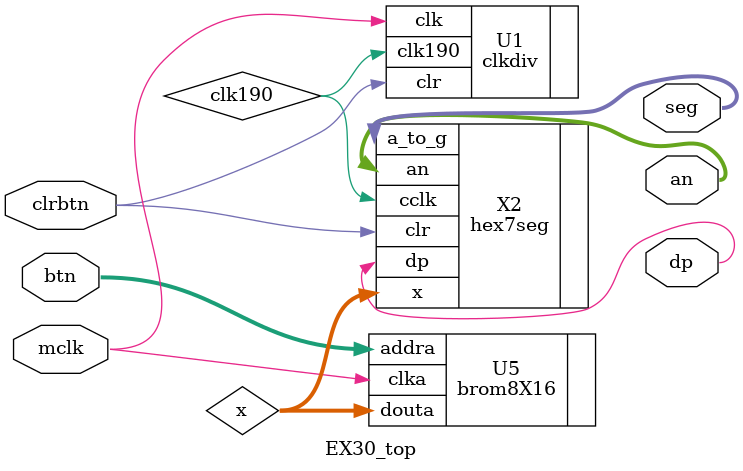
<source format=v>
`timescale 1ns / 1ps
module EX30_top(
		input wire mclk,
		input wire [3:0] btn,
		input wire clrbtn,
		output wire [6:0] seg,
		output wire dp,
		output wire [7:0] an
    );
	 
wire [15:0] x;
wire [2:0] addr;
wire clk190;

clkdiv U1 (.clk(mclk),
		.clr(clrbtn),
		.clk190(clk190)
		);
		
hex7seg X2 (.x(x),
		.cclk(clk190),
		.clr(clrbtn),
		.a_to_g(seg),
		.an(an),
		.dp(dp)
);

brom8X16 U5(
	.addra(btn),
	.clka(mclk),
	.douta(x)
);

endmodule

</source>
